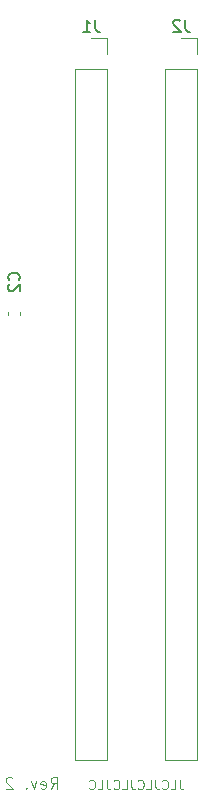
<source format=gbr>
G04 #@! TF.GenerationSoftware,KiCad,Pcbnew,8.0.4+dfsg-1*
G04 #@! TF.CreationDate,2025-02-23T17:23:10+09:00*
G04 #@! TF.ProjectId,bionic-tms9995,62696f6e-6963-42d7-946d-73393939352e,2*
G04 #@! TF.SameCoordinates,Original*
G04 #@! TF.FileFunction,Legend,Bot*
G04 #@! TF.FilePolarity,Positive*
%FSLAX46Y46*%
G04 Gerber Fmt 4.6, Leading zero omitted, Abs format (unit mm)*
G04 Created by KiCad (PCBNEW 8.0.4+dfsg-1) date 2025-02-23 17:23:10*
%MOMM*%
%LPD*%
G01*
G04 APERTURE LIST*
%ADD10C,0.125000*%
%ADD11C,0.100000*%
%ADD12C,0.150000*%
%ADD13C,0.120000*%
G04 APERTURE END LIST*
D10*
X106458240Y-137308119D02*
X106791573Y-136831928D01*
X107029668Y-137308119D02*
X107029668Y-136308119D01*
X107029668Y-136308119D02*
X106648716Y-136308119D01*
X106648716Y-136308119D02*
X106553478Y-136355738D01*
X106553478Y-136355738D02*
X106505859Y-136403357D01*
X106505859Y-136403357D02*
X106458240Y-136498595D01*
X106458240Y-136498595D02*
X106458240Y-136641452D01*
X106458240Y-136641452D02*
X106505859Y-136736690D01*
X106505859Y-136736690D02*
X106553478Y-136784309D01*
X106553478Y-136784309D02*
X106648716Y-136831928D01*
X106648716Y-136831928D02*
X107029668Y-136831928D01*
X105648716Y-137260500D02*
X105743954Y-137308119D01*
X105743954Y-137308119D02*
X105934430Y-137308119D01*
X105934430Y-137308119D02*
X106029668Y-137260500D01*
X106029668Y-137260500D02*
X106077287Y-137165261D01*
X106077287Y-137165261D02*
X106077287Y-136784309D01*
X106077287Y-136784309D02*
X106029668Y-136689071D01*
X106029668Y-136689071D02*
X105934430Y-136641452D01*
X105934430Y-136641452D02*
X105743954Y-136641452D01*
X105743954Y-136641452D02*
X105648716Y-136689071D01*
X105648716Y-136689071D02*
X105601097Y-136784309D01*
X105601097Y-136784309D02*
X105601097Y-136879547D01*
X105601097Y-136879547D02*
X106077287Y-136974785D01*
X105267763Y-136641452D02*
X105029668Y-137308119D01*
X105029668Y-137308119D02*
X104791573Y-136641452D01*
X104410620Y-137212880D02*
X104363001Y-137260500D01*
X104363001Y-137260500D02*
X104410620Y-137308119D01*
X104410620Y-137308119D02*
X104458239Y-137260500D01*
X104458239Y-137260500D02*
X104410620Y-137212880D01*
X104410620Y-137212880D02*
X104410620Y-137308119D01*
X103220144Y-136403357D02*
X103172525Y-136355738D01*
X103172525Y-136355738D02*
X103077287Y-136308119D01*
X103077287Y-136308119D02*
X102839192Y-136308119D01*
X102839192Y-136308119D02*
X102743954Y-136355738D01*
X102743954Y-136355738D02*
X102696335Y-136403357D01*
X102696335Y-136403357D02*
X102648716Y-136498595D01*
X102648716Y-136498595D02*
X102648716Y-136593833D01*
X102648716Y-136593833D02*
X102696335Y-136736690D01*
X102696335Y-136736690D02*
X103267763Y-137308119D01*
X103267763Y-137308119D02*
X102648716Y-137308119D01*
D11*
X117395238Y-136533895D02*
X117395238Y-137105323D01*
X117395238Y-137105323D02*
X117433333Y-137219609D01*
X117433333Y-137219609D02*
X117509524Y-137295800D01*
X117509524Y-137295800D02*
X117623809Y-137333895D01*
X117623809Y-137333895D02*
X117700000Y-137333895D01*
X116633333Y-137333895D02*
X117014285Y-137333895D01*
X117014285Y-137333895D02*
X117014285Y-136533895D01*
X115909523Y-137257704D02*
X115947619Y-137295800D01*
X115947619Y-137295800D02*
X116061904Y-137333895D01*
X116061904Y-137333895D02*
X116138095Y-137333895D01*
X116138095Y-137333895D02*
X116252381Y-137295800D01*
X116252381Y-137295800D02*
X116328571Y-137219609D01*
X116328571Y-137219609D02*
X116366666Y-137143419D01*
X116366666Y-137143419D02*
X116404762Y-136991038D01*
X116404762Y-136991038D02*
X116404762Y-136876752D01*
X116404762Y-136876752D02*
X116366666Y-136724371D01*
X116366666Y-136724371D02*
X116328571Y-136648180D01*
X116328571Y-136648180D02*
X116252381Y-136571990D01*
X116252381Y-136571990D02*
X116138095Y-136533895D01*
X116138095Y-136533895D02*
X116061904Y-136533895D01*
X116061904Y-136533895D02*
X115947619Y-136571990D01*
X115947619Y-136571990D02*
X115909523Y-136610085D01*
X115338095Y-136533895D02*
X115338095Y-137105323D01*
X115338095Y-137105323D02*
X115376190Y-137219609D01*
X115376190Y-137219609D02*
X115452381Y-137295800D01*
X115452381Y-137295800D02*
X115566666Y-137333895D01*
X115566666Y-137333895D02*
X115642857Y-137333895D01*
X114576190Y-137333895D02*
X114957142Y-137333895D01*
X114957142Y-137333895D02*
X114957142Y-136533895D01*
X113852380Y-137257704D02*
X113890476Y-137295800D01*
X113890476Y-137295800D02*
X114004761Y-137333895D01*
X114004761Y-137333895D02*
X114080952Y-137333895D01*
X114080952Y-137333895D02*
X114195238Y-137295800D01*
X114195238Y-137295800D02*
X114271428Y-137219609D01*
X114271428Y-137219609D02*
X114309523Y-137143419D01*
X114309523Y-137143419D02*
X114347619Y-136991038D01*
X114347619Y-136991038D02*
X114347619Y-136876752D01*
X114347619Y-136876752D02*
X114309523Y-136724371D01*
X114309523Y-136724371D02*
X114271428Y-136648180D01*
X114271428Y-136648180D02*
X114195238Y-136571990D01*
X114195238Y-136571990D02*
X114080952Y-136533895D01*
X114080952Y-136533895D02*
X114004761Y-136533895D01*
X114004761Y-136533895D02*
X113890476Y-136571990D01*
X113890476Y-136571990D02*
X113852380Y-136610085D01*
X113280952Y-136533895D02*
X113280952Y-137105323D01*
X113280952Y-137105323D02*
X113319047Y-137219609D01*
X113319047Y-137219609D02*
X113395238Y-137295800D01*
X113395238Y-137295800D02*
X113509523Y-137333895D01*
X113509523Y-137333895D02*
X113585714Y-137333895D01*
X112519047Y-137333895D02*
X112899999Y-137333895D01*
X112899999Y-137333895D02*
X112899999Y-136533895D01*
X111795237Y-137257704D02*
X111833333Y-137295800D01*
X111833333Y-137295800D02*
X111947618Y-137333895D01*
X111947618Y-137333895D02*
X112023809Y-137333895D01*
X112023809Y-137333895D02*
X112138095Y-137295800D01*
X112138095Y-137295800D02*
X112214285Y-137219609D01*
X112214285Y-137219609D02*
X112252380Y-137143419D01*
X112252380Y-137143419D02*
X112290476Y-136991038D01*
X112290476Y-136991038D02*
X112290476Y-136876752D01*
X112290476Y-136876752D02*
X112252380Y-136724371D01*
X112252380Y-136724371D02*
X112214285Y-136648180D01*
X112214285Y-136648180D02*
X112138095Y-136571990D01*
X112138095Y-136571990D02*
X112023809Y-136533895D01*
X112023809Y-136533895D02*
X111947618Y-136533895D01*
X111947618Y-136533895D02*
X111833333Y-136571990D01*
X111833333Y-136571990D02*
X111795237Y-136610085D01*
X111223809Y-136533895D02*
X111223809Y-137105323D01*
X111223809Y-137105323D02*
X111261904Y-137219609D01*
X111261904Y-137219609D02*
X111338095Y-137295800D01*
X111338095Y-137295800D02*
X111452380Y-137333895D01*
X111452380Y-137333895D02*
X111528571Y-137333895D01*
X110461904Y-137333895D02*
X110842856Y-137333895D01*
X110842856Y-137333895D02*
X110842856Y-136533895D01*
X109738094Y-137257704D02*
X109776190Y-137295800D01*
X109776190Y-137295800D02*
X109890475Y-137333895D01*
X109890475Y-137333895D02*
X109966666Y-137333895D01*
X109966666Y-137333895D02*
X110080952Y-137295800D01*
X110080952Y-137295800D02*
X110157142Y-137219609D01*
X110157142Y-137219609D02*
X110195237Y-137143419D01*
X110195237Y-137143419D02*
X110233333Y-136991038D01*
X110233333Y-136991038D02*
X110233333Y-136876752D01*
X110233333Y-136876752D02*
X110195237Y-136724371D01*
X110195237Y-136724371D02*
X110157142Y-136648180D01*
X110157142Y-136648180D02*
X110080952Y-136571990D01*
X110080952Y-136571990D02*
X109966666Y-136533895D01*
X109966666Y-136533895D02*
X109890475Y-136533895D01*
X109890475Y-136533895D02*
X109776190Y-136571990D01*
X109776190Y-136571990D02*
X109738094Y-136610085D01*
D12*
X117843333Y-72204819D02*
X117843333Y-72919104D01*
X117843333Y-72919104D02*
X117890952Y-73061961D01*
X117890952Y-73061961D02*
X117986190Y-73157200D01*
X117986190Y-73157200D02*
X118129047Y-73204819D01*
X118129047Y-73204819D02*
X118224285Y-73204819D01*
X117414761Y-72300057D02*
X117367142Y-72252438D01*
X117367142Y-72252438D02*
X117271904Y-72204819D01*
X117271904Y-72204819D02*
X117033809Y-72204819D01*
X117033809Y-72204819D02*
X116938571Y-72252438D01*
X116938571Y-72252438D02*
X116890952Y-72300057D01*
X116890952Y-72300057D02*
X116843333Y-72395295D01*
X116843333Y-72395295D02*
X116843333Y-72490533D01*
X116843333Y-72490533D02*
X116890952Y-72633390D01*
X116890952Y-72633390D02*
X117462380Y-73204819D01*
X117462380Y-73204819D02*
X116843333Y-73204819D01*
X110223333Y-72204819D02*
X110223333Y-72919104D01*
X110223333Y-72919104D02*
X110270952Y-73061961D01*
X110270952Y-73061961D02*
X110366190Y-73157200D01*
X110366190Y-73157200D02*
X110509047Y-73204819D01*
X110509047Y-73204819D02*
X110604285Y-73204819D01*
X109223333Y-73204819D02*
X109794761Y-73204819D01*
X109509047Y-73204819D02*
X109509047Y-72204819D01*
X109509047Y-72204819D02*
X109604285Y-72347676D01*
X109604285Y-72347676D02*
X109699523Y-72442914D01*
X109699523Y-72442914D02*
X109794761Y-72490533D01*
X103772580Y-94217333D02*
X103820200Y-94169714D01*
X103820200Y-94169714D02*
X103867819Y-94026857D01*
X103867819Y-94026857D02*
X103867819Y-93931619D01*
X103867819Y-93931619D02*
X103820200Y-93788762D01*
X103820200Y-93788762D02*
X103724961Y-93693524D01*
X103724961Y-93693524D02*
X103629723Y-93645905D01*
X103629723Y-93645905D02*
X103439247Y-93598286D01*
X103439247Y-93598286D02*
X103296390Y-93598286D01*
X103296390Y-93598286D02*
X103105914Y-93645905D01*
X103105914Y-93645905D02*
X103010676Y-93693524D01*
X103010676Y-93693524D02*
X102915438Y-93788762D01*
X102915438Y-93788762D02*
X102867819Y-93931619D01*
X102867819Y-93931619D02*
X102867819Y-94026857D01*
X102867819Y-94026857D02*
X102915438Y-94169714D01*
X102915438Y-94169714D02*
X102963057Y-94217333D01*
X102963057Y-94598286D02*
X102915438Y-94645905D01*
X102915438Y-94645905D02*
X102867819Y-94741143D01*
X102867819Y-94741143D02*
X102867819Y-94979238D01*
X102867819Y-94979238D02*
X102915438Y-95074476D01*
X102915438Y-95074476D02*
X102963057Y-95122095D01*
X102963057Y-95122095D02*
X103058295Y-95169714D01*
X103058295Y-95169714D02*
X103153533Y-95169714D01*
X103153533Y-95169714D02*
X103296390Y-95122095D01*
X103296390Y-95122095D02*
X103867819Y-94550667D01*
X103867819Y-94550667D02*
X103867819Y-95169714D01*
D13*
X117510000Y-73750000D02*
X118840000Y-73750000D01*
X118840000Y-73750000D02*
X118840000Y-75080000D01*
X118840000Y-134830000D02*
X118840000Y-76350000D01*
X116180000Y-76350000D02*
X118840000Y-76350000D01*
X116180000Y-134830000D02*
X118840000Y-134830000D01*
X116180000Y-134830000D02*
X116180000Y-76350000D01*
X109890000Y-73750000D02*
X111220000Y-73750000D01*
X111220000Y-73750000D02*
X111220000Y-75080000D01*
X111220000Y-134830000D02*
X111220000Y-76350000D01*
X108560000Y-76350000D02*
X111220000Y-76350000D01*
X108560000Y-134830000D02*
X111220000Y-134830000D01*
X108560000Y-134830000D02*
X108560000Y-76350000D01*
X102826800Y-96930133D02*
X102826800Y-97222667D01*
X103846800Y-96930133D02*
X103846800Y-97222667D01*
M02*

</source>
